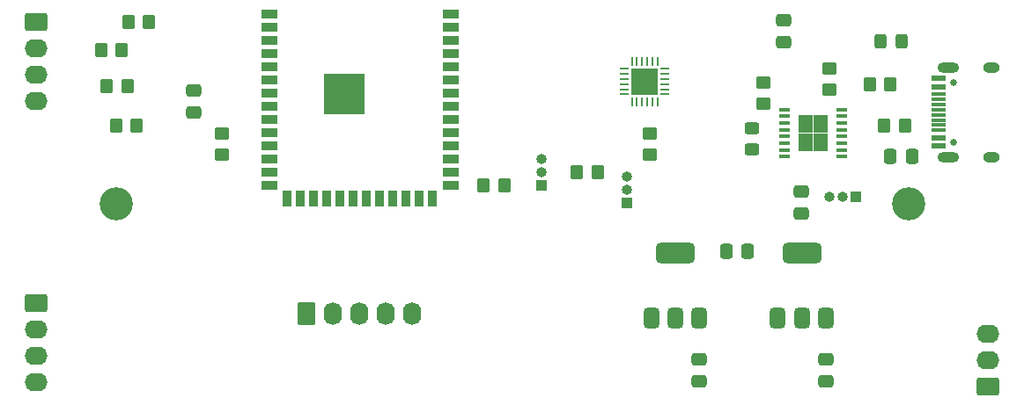
<source format=gbr>
%TF.GenerationSoftware,KiCad,Pcbnew,8.0.5*%
%TF.CreationDate,2024-10-29T11:33:28-05:00*%
%TF.ProjectId,golf_club_draft,676f6c66-5f63-46c7-9562-5f6472616674,rev?*%
%TF.SameCoordinates,Original*%
%TF.FileFunction,Soldermask,Top*%
%TF.FilePolarity,Negative*%
%FSLAX46Y46*%
G04 Gerber Fmt 4.6, Leading zero omitted, Abs format (unit mm)*
G04 Created by KiCad (PCBNEW 8.0.5) date 2024-10-29 11:33:28*
%MOMM*%
%LPD*%
G01*
G04 APERTURE LIST*
G04 Aperture macros list*
%AMRoundRect*
0 Rectangle with rounded corners*
0 $1 Rounding radius*
0 $2 $3 $4 $5 $6 $7 $8 $9 X,Y pos of 4 corners*
0 Add a 4 corners polygon primitive as box body*
4,1,4,$2,$3,$4,$5,$6,$7,$8,$9,$2,$3,0*
0 Add four circle primitives for the rounded corners*
1,1,$1+$1,$2,$3*
1,1,$1+$1,$4,$5*
1,1,$1+$1,$6,$7*
1,1,$1+$1,$8,$9*
0 Add four rect primitives between the rounded corners*
20,1,$1+$1,$2,$3,$4,$5,0*
20,1,$1+$1,$4,$5,$6,$7,0*
20,1,$1+$1,$6,$7,$8,$9,0*
20,1,$1+$1,$8,$9,$2,$3,0*%
G04 Aperture macros list end*
%ADD10RoundRect,0.250000X-0.325000X-0.450000X0.325000X-0.450000X0.325000X0.450000X-0.325000X0.450000X0*%
%ADD11R,1.000000X1.000000*%
%ADD12O,1.000000X1.000000*%
%ADD13RoundRect,0.250000X0.350000X0.450000X-0.350000X0.450000X-0.350000X-0.450000X0.350000X-0.450000X0*%
%ADD14RoundRect,0.250000X-0.845000X0.620000X-0.845000X-0.620000X0.845000X-0.620000X0.845000X0.620000X0*%
%ADD15O,2.190000X1.740000*%
%ADD16RoundRect,0.250000X0.450000X-0.325000X0.450000X0.325000X-0.450000X0.325000X-0.450000X-0.325000X0*%
%ADD17RoundRect,0.250000X0.450000X-0.350000X0.450000X0.350000X-0.450000X0.350000X-0.450000X-0.350000X0*%
%ADD18RoundRect,0.250000X0.475000X-0.337500X0.475000X0.337500X-0.475000X0.337500X-0.475000X-0.337500X0*%
%ADD19RoundRect,0.250000X-0.475000X0.337500X-0.475000X-0.337500X0.475000X-0.337500X0.475000X0.337500X0*%
%ADD20RoundRect,0.250000X-0.350000X-0.450000X0.350000X-0.450000X0.350000X0.450000X-0.350000X0.450000X0*%
%ADD21C,3.200000*%
%ADD22R,1.050000X0.450000*%
%ADD23R,1.470000X0.895000*%
%ADD24RoundRect,0.375000X0.375000X-0.625000X0.375000X0.625000X-0.375000X0.625000X-0.375000X-0.625000X0*%
%ADD25RoundRect,0.500000X1.400000X-0.500000X1.400000X0.500000X-1.400000X0.500000X-1.400000X-0.500000X0*%
%ADD26R,1.500000X0.900000*%
%ADD27R,0.900000X1.500000*%
%ADD28C,0.600000*%
%ADD29R,3.900000X3.900000*%
%ADD30RoundRect,0.250000X0.845000X-0.620000X0.845000X0.620000X-0.845000X0.620000X-0.845000X-0.620000X0*%
%ADD31RoundRect,0.250000X-0.450000X0.350000X-0.450000X-0.350000X0.450000X-0.350000X0.450000X0.350000X0*%
%ADD32RoundRect,0.250000X-0.620000X-0.845000X0.620000X-0.845000X0.620000X0.845000X-0.620000X0.845000X0*%
%ADD33O,1.740000X2.190000*%
%ADD34C,0.650000*%
%ADD35R,1.450000X0.600000*%
%ADD36R,1.450000X0.300000*%
%ADD37O,2.100000X1.000000*%
%ADD38O,1.600000X1.000000*%
%ADD39RoundRect,0.062500X0.350000X0.062500X-0.350000X0.062500X-0.350000X-0.062500X0.350000X-0.062500X0*%
%ADD40RoundRect,0.062500X0.062500X0.350000X-0.062500X0.350000X-0.062500X-0.350000X0.062500X-0.350000X0*%
%ADD41R,2.600000X2.600000*%
%ADD42RoundRect,0.250000X-0.337500X-0.475000X0.337500X-0.475000X0.337500X0.475000X-0.337500X0.475000X0*%
G04 APERTURE END LIST*
D10*
%TO.C,D2*%
X127194200Y-35153600D03*
X129244200Y-35153600D03*
%TD*%
D11*
%TO.C,Q1*%
X124866400Y-50139600D03*
D12*
X123596400Y-50139600D03*
X122326400Y-50139600D03*
%TD*%
D13*
%TO.C,R5*%
X128168400Y-39268400D03*
X126168400Y-39268400D03*
%TD*%
D14*
%TO.C,FSR_V1*%
X45974000Y-60350400D03*
D15*
X45974000Y-62890400D03*
X45974000Y-65430400D03*
X45974000Y-67970400D03*
%TD*%
D16*
%TO.C,D1*%
X114808000Y-45534800D03*
X114808000Y-43484800D03*
%TD*%
D11*
%TO.C,Q3*%
X94564600Y-49027000D03*
D12*
X94564600Y-47757000D03*
X94564600Y-46487000D03*
%TD*%
D17*
%TO.C,R3*%
X122326400Y-39776400D03*
X122326400Y-37776400D03*
%TD*%
D18*
%TO.C,C7*%
X61163200Y-41960800D03*
X61163200Y-39885800D03*
%TD*%
D19*
%TO.C,C1*%
X109778800Y-65786000D03*
X109778800Y-67861000D03*
%TD*%
D18*
%TO.C,C4*%
X119583200Y-51685100D03*
X119583200Y-49610100D03*
%TD*%
D20*
%TO.C,R12*%
X89017600Y-49022000D03*
X91017600Y-49022000D03*
%TD*%
D14*
%TO.C,FSR_IO1*%
X45974000Y-33223200D03*
D15*
X45974000Y-35763200D03*
X45974000Y-38303200D03*
X45974000Y-40843200D03*
%TD*%
D21*
%TO.C,H2*%
X129895600Y-50800000D03*
%TD*%
D13*
%TO.C,R7*%
X54238400Y-35966400D03*
X52238400Y-35966400D03*
%TD*%
D22*
%TO.C,BATTCHARGER1*%
X123502800Y-46238700D03*
X123502800Y-45588700D03*
X123502800Y-44938700D03*
X123502800Y-44288700D03*
X123502800Y-43638700D03*
X123502800Y-42988700D03*
X123502800Y-42338700D03*
X123502800Y-41688700D03*
X117952800Y-41688700D03*
X117952800Y-42338700D03*
X117952800Y-42988700D03*
X117952800Y-43638700D03*
X117952800Y-44288700D03*
X117952800Y-44938700D03*
X117952800Y-45588700D03*
X117952800Y-46238700D03*
D23*
X121462800Y-45306200D03*
X121462800Y-44411200D03*
X121462800Y-43516200D03*
X121462800Y-42621200D03*
X119992800Y-45306200D03*
X119992800Y-44411200D03*
X119992800Y-43516200D03*
X119992800Y-42621200D03*
%TD*%
D24*
%TO.C,3V3LR1*%
X105192800Y-61824400D03*
X107492800Y-61824400D03*
D25*
X107492800Y-55524400D03*
D24*
X109792800Y-61824400D03*
%TD*%
D13*
%TO.C,R6*%
X56880000Y-33223200D03*
X54880000Y-33223200D03*
%TD*%
D19*
%TO.C,C3*%
X121920000Y-65786000D03*
X121920000Y-67861000D03*
%TD*%
D24*
%TO.C,1V8LR1*%
X117334000Y-61824400D03*
X119634000Y-61824400D03*
D25*
X119634000Y-55524400D03*
D24*
X121934000Y-61824400D03*
%TD*%
D26*
%TO.C,U3*%
X68402800Y-32512000D03*
X68402800Y-33782000D03*
X68402800Y-35052000D03*
X68402800Y-36322000D03*
X68402800Y-37592000D03*
X68402800Y-38862000D03*
X68402800Y-40132000D03*
X68402800Y-41402000D03*
X68402800Y-42672000D03*
X68402800Y-43942000D03*
X68402800Y-45212000D03*
X68402800Y-46482000D03*
X68402800Y-47752000D03*
X68402800Y-49022000D03*
D27*
X70167800Y-50272000D03*
X71437800Y-50272000D03*
X72707800Y-50272000D03*
X73977800Y-50272000D03*
X75247800Y-50272000D03*
X76517800Y-50272000D03*
X77787800Y-50272000D03*
X79057800Y-50272000D03*
X80327800Y-50272000D03*
X81597800Y-50272000D03*
X82867800Y-50272000D03*
X84137800Y-50272000D03*
D26*
X85902800Y-49022000D03*
X85902800Y-47752000D03*
X85902800Y-46482000D03*
X85902800Y-45212000D03*
X85902800Y-43942000D03*
X85902800Y-42672000D03*
X85902800Y-41402000D03*
X85902800Y-40132000D03*
X85902800Y-38862000D03*
X85902800Y-37592000D03*
X85902800Y-36322000D03*
X85902800Y-35052000D03*
X85902800Y-33782000D03*
X85902800Y-32512000D03*
D28*
X74252800Y-39532000D03*
X74252800Y-40932000D03*
X74952800Y-38832000D03*
X74952800Y-40232000D03*
X74952800Y-41632000D03*
X75652800Y-39532000D03*
D29*
X75652800Y-40232000D03*
D28*
X75652800Y-40932000D03*
X76352800Y-38832000D03*
X76352800Y-40232000D03*
X76352800Y-41632000D03*
X77052800Y-39532000D03*
X77052800Y-40932000D03*
%TD*%
D30*
%TO.C,BATTIO1*%
X137515600Y-68376800D03*
D15*
X137515600Y-65836800D03*
X137515600Y-63296800D03*
%TD*%
D13*
%TO.C,R10*%
X99993200Y-47752000D03*
X97993200Y-47752000D03*
%TD*%
D31*
%TO.C,R1*%
X115925600Y-39132000D03*
X115925600Y-41132000D03*
%TD*%
D32*
%TO.C,IMU_IO1*%
X72034400Y-61386400D03*
D33*
X74574400Y-61386400D03*
X77114400Y-61386400D03*
X79654400Y-61386400D03*
X82194400Y-61386400D03*
%TD*%
D17*
%TO.C,R11*%
X63906400Y-46008800D03*
X63906400Y-44008800D03*
%TD*%
D13*
%TO.C,R4*%
X129540000Y-43230800D03*
X127540000Y-43230800D03*
%TD*%
D34*
%TO.C,J1*%
X134221200Y-44848800D03*
X134221200Y-39068800D03*
D35*
X132776200Y-45208800D03*
X132776200Y-44408800D03*
D36*
X132776200Y-43208800D03*
X132776200Y-42208800D03*
X132776200Y-41708800D03*
X132776200Y-40708800D03*
D35*
X132776200Y-39508800D03*
X132776200Y-38708800D03*
X132776200Y-38708800D03*
X132776200Y-39508800D03*
D36*
X132776200Y-40208800D03*
X132776200Y-41208800D03*
X132776200Y-42708800D03*
X132776200Y-43708800D03*
D35*
X132776200Y-44408800D03*
X132776200Y-45208800D03*
D37*
X133691200Y-46278800D03*
D38*
X137871200Y-46278800D03*
D37*
X133691200Y-37638800D03*
D38*
X137871200Y-37638800D03*
%TD*%
D13*
%TO.C,R8*%
X54797200Y-39420800D03*
X52797200Y-39420800D03*
%TD*%
D31*
%TO.C,R2*%
X105054400Y-44043600D03*
X105054400Y-46043600D03*
%TD*%
D13*
%TO.C,R9*%
X55695600Y-43281600D03*
X53695600Y-43281600D03*
%TD*%
D39*
%TO.C,U2*%
X106476800Y-40244400D03*
X106476800Y-39744400D03*
X106476800Y-39244400D03*
X106476800Y-38744400D03*
X106476800Y-38244400D03*
X106476800Y-37744400D03*
D40*
X105789300Y-37056900D03*
X105289300Y-37056900D03*
X104789300Y-37056900D03*
X104289300Y-37056900D03*
X103789300Y-37056900D03*
X103289300Y-37056900D03*
D39*
X102601800Y-37744400D03*
X102601800Y-38244400D03*
X102601800Y-38744400D03*
X102601800Y-39244400D03*
X102601800Y-39744400D03*
X102601800Y-40244400D03*
D40*
X103289300Y-40931900D03*
X103789300Y-40931900D03*
X104289300Y-40931900D03*
X104789300Y-40931900D03*
X105289300Y-40931900D03*
X105789300Y-40931900D03*
D41*
X104539300Y-38994400D03*
%TD*%
D42*
%TO.C,C2*%
X112377400Y-55372000D03*
X114452400Y-55372000D03*
%TD*%
D11*
%TO.C,Q2*%
X102819200Y-50698400D03*
D12*
X102819200Y-49428400D03*
X102819200Y-48158400D03*
%TD*%
D18*
%TO.C,C6*%
X117906800Y-35204400D03*
X117906800Y-33129400D03*
%TD*%
D21*
%TO.C,H1*%
X53695600Y-50800000D03*
%TD*%
D42*
%TO.C,C5*%
X128146900Y-46228000D03*
X130221900Y-46228000D03*
%TD*%
M02*

</source>
